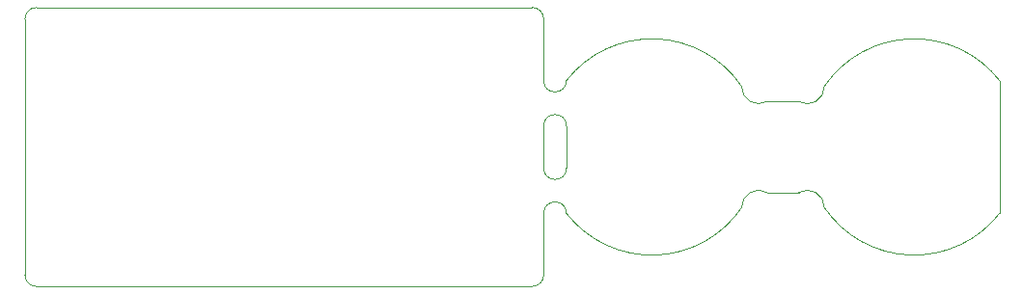
<source format=gbr>
G04 #@! TF.GenerationSoftware,KiCad,Pcbnew,(5.1.5)-3*
G04 #@! TF.CreationDate,2024-11-30T00:03:08+01:00*
G04 #@! TF.ProjectId,tan-usb-pwr,74616e2d-7573-4622-9d70-77722e6b6963,B*
G04 #@! TF.SameCoordinates,PX57bcf00PY53af570*
G04 #@! TF.FileFunction,Profile,NP*
%FSLAX46Y46*%
G04 Gerber Fmt 4.6, Leading zero omitted, Abs format (unit mm)*
G04 Created by KiCad (PCBNEW (5.1.5)-3) date 2024-11-30 00:03:08*
%MOMM*%
%LPD*%
G04 APERTURE LIST*
%ADD10C,0.100000*%
G04 APERTURE END LIST*
D10*
X47500000Y10400000D02*
X47500000Y14100000D01*
X47500000Y10400000D02*
G75*
G02X45500000Y10400000I-1000000J0D01*
G01*
X45500000Y14100000D02*
G75*
G02X47500000Y14100000I1000000J0D01*
G01*
X85500000Y18081000D02*
X85500000Y6419050D01*
X85500002Y6419049D02*
G75*
G02X70126925Y6933544I-7500002J5830951D01*
G01*
X67871055Y8249999D02*
G75*
G02X70126953Y6933489I756045J-1295529D01*
G01*
X65128900Y8250000D02*
X67871100Y8250000D01*
X62873048Y6933500D02*
G75*
G02X65128947Y8249997I1499852J20970D01*
G01*
X62873061Y6933473D02*
G75*
G02X47500000Y6419001I-7873061J5316527D01*
G01*
X47500023Y18080980D02*
G75*
G02X62873037Y17566510I7499977J-5830980D01*
G01*
X65128949Y16249972D02*
G75*
G02X62873046Y17566469I-756049J1295528D01*
G01*
X65128900Y16250000D02*
X67871100Y16250000D01*
X70126953Y17566480D02*
G75*
G02X67871054Y16249971I-1499853J-20980D01*
G01*
X70126901Y17566472D02*
G75*
G02X85500000Y18081000I7873099J-5316472D01*
G01*
X45500000Y10400000D02*
X45500000Y14100000D01*
X45500000Y6419001D02*
X45500000Y1000000D01*
X45500000Y6419001D02*
G75*
G02X47500000Y6419001I1000000J0D01*
G01*
X47500000Y18080998D02*
G75*
G02X45500000Y18080998I-1000000J0D01*
G01*
X44500000Y24500000D02*
X1000000Y24500000D01*
X44500000Y24500000D02*
G75*
G02X45500000Y23500000I0J-1000000D01*
G01*
X45500000Y18080998D02*
X45500000Y23500000D01*
X45500000Y1000000D02*
G75*
G02X44500000Y0I-1000000J0D01*
G01*
X1000000Y0D02*
X44500000Y0D01*
X0Y23500000D02*
X0Y1000000D01*
X0Y23500000D02*
G75*
G02X1000000Y24500000I1000000J0D01*
G01*
X1000000Y0D02*
G75*
G02X0Y1000000I0J1000000D01*
G01*
M02*

</source>
